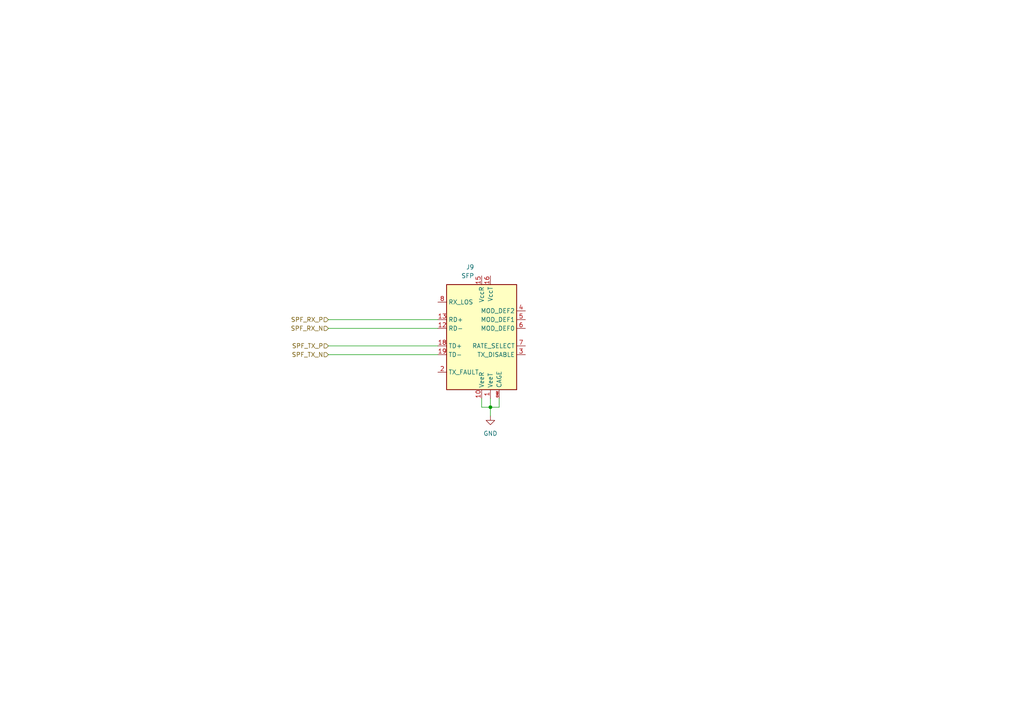
<source format=kicad_sch>
(kicad_sch (version 20250114) (generator "eeschema") (generator_version "9.0")
  (paper "A4")
  (lib_symbols
    (symbol "Interface_Optical:SFP"
      (property "Reference" "J" (at -8.89 16.51 0))
      (property "Value" "SFP" (at 11.43 16.51 0))
      (symbol "SFP_0_0"
        (rectangle (start -10.16 15.24) (end 10.16 -15.24) (stroke (width 0.254)) (fill (type background)))
      )
      (symbol "SFP_1_1"
        (pin bidirectional line (at -12.7 7.62 0) (length 2.54) (name "MOD_DEF2") (number "4"))
        (pin input line (at -12.7 5.08 0) (length 2.54) (name "MOD_DEF1") (number "5"))
        (pin passive line (at -12.7 2.54 0) (length 2.54) (name "MOD_DEF0") (number "6"))
        (pin input line (at -12.7 -2.54 0) (length 2.54) (name "RATE_SELECT") (number "7"))
        (pin input line (at -12.7 -5.08 0) (length 2.54) (name "TX_DISABLE") (number "3"))
        (pin passive line (at -5.08 -17.78 90) (length 2.54) (name "CAGE") (number "CAGE"))
        (pin power_in line (at -2.54 17.78 270) (length 2.54) (name "VccT") (number "16"))
        (pin power_in line (at -2.54 -17.78 90) (length 2.54) (name "VeeT") (number "1"))
        (pin passive line (at -2.54 -17.78 90) (length 2.54) (hide yes) (name "VeeT") (number "17"))
        (pin passive line (at -2.54 -17.78 90) (length 2.54) (hide yes) (name "VeeT") (number "20"))
        (pin power_in line (at 0 17.78 270) (length 2.54) (name "VccR") (number "15"))
        (pin power_in line (at 0 -17.78 90) (length 2.54) (name "VeeR") (number "10"))
        (pin passive line (at 0 -17.78 90) (length 2.54) (hide yes) (name "VeeR") (number "11"))
        (pin passive line (at 0 -17.78 90) (length 2.54) (hide yes) (name "VeeR") (number "14"))
        (pin passive line (at 0 -17.78 90) (length 2.54) (hide yes) (name "VeeR") (number "9"))
        (pin open_collector line (at 12.7 10.16 180) (length 2.54) (name "RX_LOS") (number "8"))
        (pin output line (at 12.7 5.08 180) (length 2.54) (name "RD+") (number "13"))
        (pin output line (at 12.7 2.54 180) (length 2.54) (name "RD-") (number "12"))
        (pin input line (at 12.7 -2.54 180) (length 2.54) (name "TD+") (number "18"))
        (pin input line (at 12.7 -5.08 180) (length 2.54) (name "TD-") (number "19"))
        (pin open_collector line (at 12.7 -10.16 180) (length 2.54) (name "TX_FAULT") (number "2"))
      )
    )
    (symbol "power:GND" (power) (pin_names (offset 0))
      (property "Value" "GND" (at 0 -3.81 0))
      (symbol "GND_0_1"
        (polyline (pts (xy 0 0) (xy 0 -1.27) (xy 1.27 -1.27) (xy 0 -2.54) (xy -1.27 -1.27) (xy 0 -1.27)))
      )
      (symbol "GND_1_1"
        (pin power_in line (at 0 0 270) (length 0) (hide yes) (name "GND") (number "1"))
      )
    )
  )
  (junction (at 142.24 118.11))
  (wire (pts (xy 142.24 118.11) (xy 144.78 118.11)))
  (wire (pts (xy 144.78 118.11) (xy 144.78 115.57)))
  (wire (pts (xy 139.7 115.57) (xy 139.7 118.11)))
  (wire (pts (xy 95.25 100.33) (xy 127 100.33)))
  (wire (pts (xy 139.7 118.11) (xy 142.24 118.11)))
  (wire (pts (xy 142.24 115.57) (xy 142.24 118.11)))
  (wire (pts (xy 142.24 118.11) (xy 142.24 120.65)))
  (wire (pts (xy 95.25 92.71) (xy 127 92.71)))
  (wire (pts (xy 95.25 95.25) (xy 127 95.25)))
  (wire (pts (xy 95.25 102.87) (xy 127 102.87)))
  (hierarchical_label "SPF_TX_P" (shape input) (at 95.25 100.33 180))
  (hierarchical_label "SPF_TX_N" (shape input) (at 95.25 102.87 180))
  (hierarchical_label "SPF_RX_N" (shape input) (at 95.25 95.25 180))
  (hierarchical_label "SPF_RX_P" (shape input) (at 95.25 92.71 180))
  (symbol (lib_id "Interface_Optical:SFP") (at 139.7 97.79 0) (mirror y) (unit 1)
    (property "Reference" "J9" (at 137.5567 77.47 0) (effects (justify left)))
    (property "Value" "SFP" (at 137.5567 80.01 0) (effects (justify left)))
    (property "Footprint" "Connector:Connector_SFP_and_Cage" (effects (hide yes)))
    (property "Datasheet" "http://www.10gtek.com/templates/wzten/pdf/INF-8074.pdf" (effects (hide yes)))
    (property "Description" "Connector for Small Form Factor Pluggable (SFP) module, 1 Gbit/s, serial-to-serial data-agnostic optical transceiver" (effects (hide yes)))
  )
  (symbol (lib_id "power:GND") (at 142.24 120.65 0) (unit 1)
    (property "Reference" "#PWR0199" (effects (hide yes)))
    (property "Value" "GND" (at 142.24 125.73 0))
    (property "Description" "Power symbol creates a global label with name \"GND\" , ground" (effects (hide yes)))
  )
)
</source>
